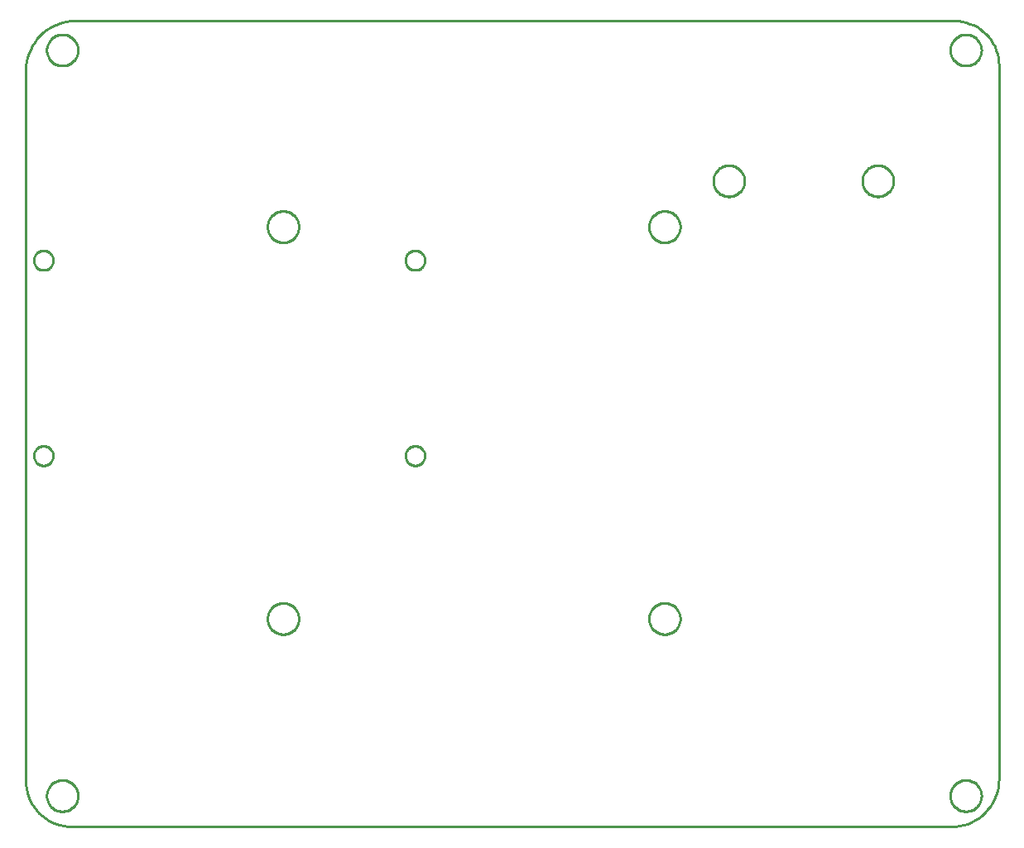
<source format=gbr>
G04 EAGLE Gerber X2 export*
%TF.Part,Single*%
%TF.FileFunction,Profile,NP*%
%TF.FilePolarity,Positive*%
%TF.GenerationSoftware,Autodesk,EAGLE,8.7.0*%
%TF.CreationDate,2018-04-01T16:58:45Z*%
G75*
%MOMM*%
%FSLAX34Y34*%
%LPD*%
%AMOC8*
5,1,8,0,0,1.08239X$1,22.5*%
G01*
%ADD10C,0.254000*%


D10*
X-1524Y72644D02*
X-1344Y68526D01*
X-806Y64440D01*
X86Y60416D01*
X1325Y56486D01*
X2902Y52678D01*
X4806Y49022D01*
X7020Y45546D01*
X9529Y42276D01*
X12313Y39237D01*
X15352Y36453D01*
X18622Y33944D01*
X22098Y31730D01*
X25754Y29826D01*
X29562Y28249D01*
X33492Y27010D01*
X37516Y26118D01*
X41602Y25580D01*
X45720Y25400D01*
X945134Y25400D01*
X949384Y25586D01*
X953602Y26141D01*
X957756Y27062D01*
X961814Y28341D01*
X965744Y29969D01*
X969518Y31934D01*
X973106Y34220D01*
X976481Y36810D01*
X979618Y39684D01*
X982492Y42821D01*
X985082Y46196D01*
X987368Y49784D01*
X989333Y53558D01*
X990961Y57488D01*
X992240Y61546D01*
X993161Y65700D01*
X993716Y69918D01*
X993902Y74168D01*
X993902Y804418D01*
X993729Y808381D01*
X993211Y812313D01*
X992353Y816185D01*
X991160Y819968D01*
X989642Y823633D01*
X987811Y827151D01*
X985680Y830496D01*
X983265Y833643D01*
X980585Y836567D01*
X977661Y839247D01*
X974514Y841662D01*
X971169Y843793D01*
X967651Y845624D01*
X963986Y847142D01*
X960203Y848335D01*
X956331Y849193D01*
X952399Y849711D01*
X948436Y849884D01*
X48768Y849884D01*
X44385Y849693D01*
X40035Y849120D01*
X35751Y848170D01*
X31567Y846851D01*
X27514Y845172D01*
X23622Y843146D01*
X19922Y840789D01*
X16441Y838118D01*
X13206Y835154D01*
X10242Y831919D01*
X7571Y828438D01*
X5214Y824738D01*
X3188Y820846D01*
X1509Y816793D01*
X190Y812609D01*
X-760Y808325D01*
X-1333Y803975D01*
X-1524Y799592D01*
X-1524Y692912D01*
X-1524Y72644D01*
X277874Y237626D02*
X277806Y236580D01*
X277669Y235542D01*
X277464Y234514D01*
X277193Y233502D01*
X276857Y232510D01*
X276456Y231542D01*
X275992Y230603D01*
X275469Y229696D01*
X274887Y228825D01*
X274249Y227994D01*
X273558Y227206D01*
X272817Y226465D01*
X272030Y225775D01*
X271199Y225137D01*
X270328Y224555D01*
X269420Y224031D01*
X268481Y223568D01*
X267513Y223167D01*
X266521Y222830D01*
X265509Y222559D01*
X264482Y222355D01*
X263443Y222218D01*
X262398Y222149D01*
X261350Y222149D01*
X260305Y222218D01*
X259266Y222355D01*
X258239Y222559D01*
X257227Y222830D01*
X256235Y223167D01*
X255267Y223568D01*
X254328Y224031D01*
X253420Y224555D01*
X252549Y225137D01*
X251718Y225775D01*
X250931Y226465D01*
X250190Y227206D01*
X249499Y227994D01*
X248862Y228825D01*
X248280Y229696D01*
X247756Y230603D01*
X247292Y231542D01*
X246891Y232510D01*
X246555Y233502D01*
X246284Y234514D01*
X246079Y235542D01*
X245943Y236580D01*
X245874Y237626D01*
X245874Y238673D01*
X245943Y239718D01*
X246079Y240757D01*
X246284Y241784D01*
X246555Y242796D01*
X246891Y243788D01*
X247292Y244756D01*
X247756Y245696D01*
X248280Y246603D01*
X248862Y247474D01*
X249499Y248305D01*
X250190Y249093D01*
X250931Y249833D01*
X251718Y250524D01*
X252549Y251162D01*
X253420Y251744D01*
X254328Y252268D01*
X255267Y252731D01*
X256235Y253132D01*
X257227Y253469D01*
X258239Y253740D01*
X259266Y253944D01*
X260305Y254081D01*
X261350Y254149D01*
X262398Y254149D01*
X263443Y254081D01*
X264482Y253944D01*
X265509Y253740D01*
X266521Y253469D01*
X267513Y253132D01*
X268481Y252731D01*
X269420Y252268D01*
X270328Y251744D01*
X271199Y251162D01*
X272030Y250524D01*
X272817Y249833D01*
X273558Y249093D01*
X274249Y248305D01*
X274887Y247474D01*
X275469Y246603D01*
X275992Y245696D01*
X276456Y244756D01*
X276857Y243788D01*
X277193Y242796D01*
X277464Y241784D01*
X277669Y240757D01*
X277806Y239718D01*
X277874Y238673D01*
X277874Y237626D01*
X277874Y638643D02*
X277806Y637598D01*
X277669Y636559D01*
X277464Y635532D01*
X277193Y634520D01*
X276857Y633528D01*
X276456Y632560D01*
X275992Y631620D01*
X275469Y630713D01*
X274887Y629842D01*
X274249Y629011D01*
X273558Y628223D01*
X272817Y627483D01*
X272030Y626792D01*
X271199Y626154D01*
X270328Y625572D01*
X269420Y625048D01*
X268481Y624585D01*
X267513Y624184D01*
X266521Y623847D01*
X265509Y623576D01*
X264482Y623372D01*
X263443Y623235D01*
X262398Y623167D01*
X261350Y623167D01*
X260305Y623235D01*
X259266Y623372D01*
X258239Y623576D01*
X257227Y623847D01*
X256235Y624184D01*
X255267Y624585D01*
X254328Y625048D01*
X253420Y625572D01*
X252549Y626154D01*
X251718Y626792D01*
X250931Y627483D01*
X250190Y628223D01*
X249499Y629011D01*
X248862Y629842D01*
X248280Y630713D01*
X247756Y631620D01*
X247292Y632560D01*
X246891Y633528D01*
X246555Y634520D01*
X246284Y635532D01*
X246079Y636559D01*
X245943Y637598D01*
X245874Y638643D01*
X245874Y639690D01*
X245943Y640736D01*
X246079Y641774D01*
X246284Y642802D01*
X246555Y643814D01*
X246891Y644806D01*
X247292Y645774D01*
X247756Y646713D01*
X248280Y647620D01*
X248862Y648491D01*
X249499Y649322D01*
X250190Y650110D01*
X250931Y650851D01*
X251718Y651541D01*
X252549Y652179D01*
X253420Y652761D01*
X254328Y653285D01*
X255267Y653748D01*
X256235Y654149D01*
X257227Y654486D01*
X258239Y654757D01*
X259266Y654961D01*
X260305Y655098D01*
X261350Y655167D01*
X262398Y655167D01*
X263443Y655098D01*
X264482Y654961D01*
X265509Y654757D01*
X266521Y654486D01*
X267513Y654149D01*
X268481Y653748D01*
X269420Y653285D01*
X270328Y652761D01*
X271199Y652179D01*
X272030Y651541D01*
X272817Y650851D01*
X273558Y650110D01*
X274249Y649322D01*
X274887Y648491D01*
X275469Y647620D01*
X275992Y646713D01*
X276456Y645774D01*
X276857Y644806D01*
X277193Y643814D01*
X277464Y642802D01*
X277669Y641774D01*
X277806Y640736D01*
X277874Y639690D01*
X277874Y638643D01*
X667911Y638643D02*
X667843Y637598D01*
X667706Y636559D01*
X667502Y635532D01*
X667231Y634520D01*
X666894Y633528D01*
X666493Y632560D01*
X666030Y631620D01*
X665506Y630713D01*
X664924Y629842D01*
X664286Y629011D01*
X663596Y628223D01*
X662855Y627483D01*
X662067Y626792D01*
X661236Y626154D01*
X660365Y625572D01*
X659458Y625048D01*
X658518Y624585D01*
X657551Y624184D01*
X656559Y623847D01*
X655547Y623576D01*
X654519Y623372D01*
X653481Y623235D01*
X652435Y623167D01*
X651388Y623167D01*
X650342Y623235D01*
X649304Y623372D01*
X648276Y623576D01*
X647264Y623847D01*
X646272Y624184D01*
X645305Y624585D01*
X644365Y625048D01*
X643458Y625572D01*
X642587Y626154D01*
X641756Y626792D01*
X640968Y627483D01*
X640227Y628223D01*
X639537Y629011D01*
X638899Y629842D01*
X638317Y630713D01*
X637793Y631620D01*
X637330Y632560D01*
X636929Y633528D01*
X636592Y634520D01*
X636321Y635532D01*
X636117Y636559D01*
X635980Y637598D01*
X635911Y638643D01*
X635911Y639690D01*
X635980Y640736D01*
X636117Y641774D01*
X636321Y642802D01*
X636592Y643814D01*
X636929Y644806D01*
X637330Y645774D01*
X637793Y646713D01*
X638317Y647620D01*
X638899Y648491D01*
X639537Y649322D01*
X640227Y650110D01*
X640968Y650851D01*
X641756Y651541D01*
X642587Y652179D01*
X643458Y652761D01*
X644365Y653285D01*
X645305Y653748D01*
X646272Y654149D01*
X647264Y654486D01*
X648276Y654757D01*
X649304Y654961D01*
X650342Y655098D01*
X651388Y655167D01*
X652435Y655167D01*
X653481Y655098D01*
X654519Y654961D01*
X655547Y654757D01*
X656559Y654486D01*
X657551Y654149D01*
X658518Y653748D01*
X659458Y653285D01*
X660365Y652761D01*
X661236Y652179D01*
X662067Y651541D01*
X662855Y650851D01*
X663596Y650110D01*
X664286Y649322D01*
X664924Y648491D01*
X665506Y647620D01*
X666030Y646713D01*
X666493Y645774D01*
X666894Y644806D01*
X667231Y643814D01*
X667502Y642802D01*
X667706Y641774D01*
X667843Y640736D01*
X667911Y639690D01*
X667911Y638643D01*
X667911Y237626D02*
X667843Y236580D01*
X667706Y235542D01*
X667502Y234514D01*
X667231Y233502D01*
X666894Y232510D01*
X666493Y231542D01*
X666030Y230603D01*
X665506Y229696D01*
X664924Y228825D01*
X664286Y227994D01*
X663596Y227206D01*
X662855Y226465D01*
X662067Y225775D01*
X661236Y225137D01*
X660365Y224555D01*
X659458Y224031D01*
X658518Y223568D01*
X657551Y223167D01*
X656559Y222830D01*
X655547Y222559D01*
X654519Y222355D01*
X653481Y222218D01*
X652435Y222149D01*
X651388Y222149D01*
X650342Y222218D01*
X649304Y222355D01*
X648276Y222559D01*
X647264Y222830D01*
X646272Y223167D01*
X645305Y223568D01*
X644365Y224031D01*
X643458Y224555D01*
X642587Y225137D01*
X641756Y225775D01*
X640968Y226465D01*
X640227Y227206D01*
X639537Y227994D01*
X638899Y228825D01*
X638317Y229696D01*
X637793Y230603D01*
X637330Y231542D01*
X636929Y232510D01*
X636592Y233502D01*
X636321Y234514D01*
X636117Y235542D01*
X635980Y236580D01*
X635911Y237626D01*
X635911Y238673D01*
X635980Y239718D01*
X636117Y240757D01*
X636321Y241784D01*
X636592Y242796D01*
X636929Y243788D01*
X637330Y244756D01*
X637793Y245696D01*
X638317Y246603D01*
X638899Y247474D01*
X639537Y248305D01*
X640227Y249093D01*
X640968Y249833D01*
X641756Y250524D01*
X642587Y251162D01*
X643458Y251744D01*
X644365Y252268D01*
X645305Y252731D01*
X646272Y253132D01*
X647264Y253469D01*
X648276Y253740D01*
X649304Y253944D01*
X650342Y254081D01*
X651388Y254149D01*
X652435Y254149D01*
X653481Y254081D01*
X654519Y253944D01*
X655547Y253740D01*
X656559Y253469D01*
X657551Y253132D01*
X658518Y252731D01*
X659458Y252268D01*
X660365Y251744D01*
X661236Y251162D01*
X662067Y250524D01*
X662855Y249833D01*
X663596Y249093D01*
X664286Y248305D01*
X664924Y247474D01*
X665506Y246603D01*
X666030Y245696D01*
X666493Y244756D01*
X666894Y243788D01*
X667231Y242796D01*
X667502Y241784D01*
X667706Y240757D01*
X667843Y239718D01*
X667911Y238673D01*
X667911Y237626D01*
X52000Y819476D02*
X51932Y818431D01*
X51795Y817392D01*
X51590Y816365D01*
X51319Y815353D01*
X50983Y814361D01*
X50582Y813393D01*
X50118Y812454D01*
X49595Y811546D01*
X49013Y810675D01*
X48375Y809844D01*
X47684Y809057D01*
X46943Y808316D01*
X46156Y807625D01*
X45325Y806988D01*
X44454Y806406D01*
X43546Y805882D01*
X42607Y805418D01*
X41639Y805017D01*
X40647Y804681D01*
X39635Y804410D01*
X38608Y804205D01*
X37569Y804069D01*
X36524Y804000D01*
X35476Y804000D01*
X34431Y804069D01*
X33392Y804205D01*
X32365Y804410D01*
X31353Y804681D01*
X30361Y805017D01*
X29393Y805418D01*
X28454Y805882D01*
X27546Y806406D01*
X26675Y806988D01*
X25844Y807625D01*
X25057Y808316D01*
X24316Y809057D01*
X23625Y809844D01*
X22988Y810675D01*
X22406Y811546D01*
X21882Y812454D01*
X21418Y813393D01*
X21017Y814361D01*
X20681Y815353D01*
X20410Y816365D01*
X20205Y817392D01*
X20069Y818431D01*
X20000Y819476D01*
X20000Y820524D01*
X20069Y821569D01*
X20205Y822608D01*
X20410Y823635D01*
X20681Y824647D01*
X21017Y825639D01*
X21418Y826607D01*
X21882Y827546D01*
X22406Y828454D01*
X22988Y829325D01*
X23625Y830156D01*
X24316Y830943D01*
X25057Y831684D01*
X25844Y832375D01*
X26675Y833013D01*
X27546Y833595D01*
X28454Y834118D01*
X29393Y834582D01*
X30361Y834983D01*
X31353Y835319D01*
X32365Y835590D01*
X33392Y835795D01*
X34431Y835932D01*
X35476Y836000D01*
X36524Y836000D01*
X37569Y835932D01*
X38608Y835795D01*
X39635Y835590D01*
X40647Y835319D01*
X41639Y834983D01*
X42607Y834582D01*
X43546Y834118D01*
X44454Y833595D01*
X45325Y833013D01*
X46156Y832375D01*
X46943Y831684D01*
X47684Y830943D01*
X48375Y830156D01*
X49013Y829325D01*
X49595Y828454D01*
X50118Y827546D01*
X50582Y826607D01*
X50983Y825639D01*
X51319Y824647D01*
X51590Y823635D01*
X51795Y822608D01*
X51932Y821569D01*
X52000Y820524D01*
X52000Y819476D01*
X52000Y56400D02*
X51932Y55355D01*
X51795Y54316D01*
X51590Y53289D01*
X51319Y52277D01*
X50983Y51285D01*
X50582Y50317D01*
X50118Y49378D01*
X49595Y48470D01*
X49013Y47599D01*
X48375Y46768D01*
X47684Y45981D01*
X46943Y45240D01*
X46156Y44549D01*
X45325Y43912D01*
X44454Y43330D01*
X43546Y42806D01*
X42607Y42342D01*
X41639Y41941D01*
X40647Y41605D01*
X39635Y41334D01*
X38608Y41129D01*
X37569Y40993D01*
X36524Y40924D01*
X35476Y40924D01*
X34431Y40993D01*
X33392Y41129D01*
X32365Y41334D01*
X31353Y41605D01*
X30361Y41941D01*
X29393Y42342D01*
X28454Y42806D01*
X27546Y43330D01*
X26675Y43912D01*
X25844Y44549D01*
X25057Y45240D01*
X24316Y45981D01*
X23625Y46768D01*
X22988Y47599D01*
X22406Y48470D01*
X21882Y49378D01*
X21418Y50317D01*
X21017Y51285D01*
X20681Y52277D01*
X20410Y53289D01*
X20205Y54316D01*
X20069Y55355D01*
X20000Y56400D01*
X20000Y57448D01*
X20069Y58493D01*
X20205Y59532D01*
X20410Y60559D01*
X20681Y61571D01*
X21017Y62563D01*
X21418Y63531D01*
X21882Y64470D01*
X22406Y65378D01*
X22988Y66249D01*
X23625Y67080D01*
X24316Y67867D01*
X25057Y68608D01*
X25844Y69299D01*
X26675Y69937D01*
X27546Y70519D01*
X28454Y71042D01*
X29393Y71506D01*
X30361Y71907D01*
X31353Y72243D01*
X32365Y72514D01*
X33392Y72719D01*
X34431Y72856D01*
X35476Y72924D01*
X36524Y72924D01*
X37569Y72856D01*
X38608Y72719D01*
X39635Y72514D01*
X40647Y72243D01*
X41639Y71907D01*
X42607Y71506D01*
X43546Y71042D01*
X44454Y70519D01*
X45325Y69937D01*
X46156Y69299D01*
X46943Y68608D01*
X47684Y67867D01*
X48375Y67080D01*
X49013Y66249D01*
X49595Y65378D01*
X50118Y64470D01*
X50582Y63531D01*
X50983Y62563D01*
X51319Y61571D01*
X51590Y60559D01*
X51795Y59532D01*
X51932Y58493D01*
X52000Y57448D01*
X52000Y56400D01*
X976000Y819476D02*
X975932Y818431D01*
X975795Y817392D01*
X975590Y816365D01*
X975319Y815353D01*
X974983Y814361D01*
X974582Y813393D01*
X974118Y812454D01*
X973595Y811546D01*
X973013Y810675D01*
X972375Y809844D01*
X971684Y809057D01*
X970943Y808316D01*
X970156Y807625D01*
X969325Y806988D01*
X968454Y806406D01*
X967546Y805882D01*
X966607Y805418D01*
X965639Y805017D01*
X964647Y804681D01*
X963635Y804410D01*
X962608Y804205D01*
X961569Y804069D01*
X960524Y804000D01*
X959476Y804000D01*
X958431Y804069D01*
X957392Y804205D01*
X956365Y804410D01*
X955353Y804681D01*
X954361Y805017D01*
X953393Y805418D01*
X952454Y805882D01*
X951546Y806406D01*
X950675Y806988D01*
X949844Y807625D01*
X949057Y808316D01*
X948316Y809057D01*
X947625Y809844D01*
X946988Y810675D01*
X946406Y811546D01*
X945882Y812454D01*
X945418Y813393D01*
X945017Y814361D01*
X944681Y815353D01*
X944410Y816365D01*
X944205Y817392D01*
X944069Y818431D01*
X944000Y819476D01*
X944000Y820524D01*
X944069Y821569D01*
X944205Y822608D01*
X944410Y823635D01*
X944681Y824647D01*
X945017Y825639D01*
X945418Y826607D01*
X945882Y827546D01*
X946406Y828454D01*
X946988Y829325D01*
X947625Y830156D01*
X948316Y830943D01*
X949057Y831684D01*
X949844Y832375D01*
X950675Y833013D01*
X951546Y833595D01*
X952454Y834118D01*
X953393Y834582D01*
X954361Y834983D01*
X955353Y835319D01*
X956365Y835590D01*
X957392Y835795D01*
X958431Y835932D01*
X959476Y836000D01*
X960524Y836000D01*
X961569Y835932D01*
X962608Y835795D01*
X963635Y835590D01*
X964647Y835319D01*
X965639Y834983D01*
X966607Y834582D01*
X967546Y834118D01*
X968454Y833595D01*
X969325Y833013D01*
X970156Y832375D01*
X970943Y831684D01*
X971684Y830943D01*
X972375Y830156D01*
X973013Y829325D01*
X973595Y828454D01*
X974118Y827546D01*
X974582Y826607D01*
X974983Y825639D01*
X975319Y824647D01*
X975590Y823635D01*
X975795Y822608D01*
X975932Y821569D01*
X976000Y820524D01*
X976000Y819476D01*
X976000Y56400D02*
X975932Y55355D01*
X975795Y54316D01*
X975590Y53289D01*
X975319Y52277D01*
X974983Y51285D01*
X974582Y50317D01*
X974118Y49378D01*
X973595Y48470D01*
X973013Y47599D01*
X972375Y46768D01*
X971684Y45981D01*
X970943Y45240D01*
X970156Y44549D01*
X969325Y43912D01*
X968454Y43330D01*
X967546Y42806D01*
X966607Y42342D01*
X965639Y41941D01*
X964647Y41605D01*
X963635Y41334D01*
X962608Y41129D01*
X961569Y40993D01*
X960524Y40924D01*
X959476Y40924D01*
X958431Y40993D01*
X957392Y41129D01*
X956365Y41334D01*
X955353Y41605D01*
X954361Y41941D01*
X953393Y42342D01*
X952454Y42806D01*
X951546Y43330D01*
X950675Y43912D01*
X949844Y44549D01*
X949057Y45240D01*
X948316Y45981D01*
X947625Y46768D01*
X946988Y47599D01*
X946406Y48470D01*
X945882Y49378D01*
X945418Y50317D01*
X945017Y51285D01*
X944681Y52277D01*
X944410Y53289D01*
X944205Y54316D01*
X944069Y55355D01*
X944000Y56400D01*
X944000Y57448D01*
X944069Y58493D01*
X944205Y59532D01*
X944410Y60559D01*
X944681Y61571D01*
X945017Y62563D01*
X945418Y63531D01*
X945882Y64470D01*
X946406Y65378D01*
X946988Y66249D01*
X947625Y67080D01*
X948316Y67867D01*
X949057Y68608D01*
X949844Y69299D01*
X950675Y69937D01*
X951546Y70519D01*
X952454Y71042D01*
X953393Y71506D01*
X954361Y71907D01*
X955353Y72243D01*
X956365Y72514D01*
X957392Y72719D01*
X958431Y72856D01*
X959476Y72924D01*
X960524Y72924D01*
X961569Y72856D01*
X962608Y72719D01*
X963635Y72514D01*
X964647Y72243D01*
X965639Y71907D01*
X966607Y71506D01*
X967546Y71042D01*
X968454Y70519D01*
X969325Y69937D01*
X970156Y69299D01*
X970943Y68608D01*
X971684Y67867D01*
X972375Y67080D01*
X973013Y66249D01*
X973595Y65378D01*
X974118Y64470D01*
X974582Y63531D01*
X974983Y62563D01*
X975319Y61571D01*
X975590Y60559D01*
X975795Y59532D01*
X975932Y58493D01*
X976000Y57448D01*
X976000Y56400D01*
X277874Y237626D02*
X277806Y236580D01*
X277669Y235542D01*
X277464Y234514D01*
X277193Y233502D01*
X276857Y232510D01*
X276456Y231542D01*
X275992Y230603D01*
X275469Y229696D01*
X274887Y228825D01*
X274249Y227994D01*
X273558Y227206D01*
X272817Y226465D01*
X272030Y225775D01*
X271199Y225137D01*
X270328Y224555D01*
X269420Y224031D01*
X268481Y223568D01*
X267513Y223167D01*
X266521Y222830D01*
X265509Y222559D01*
X264482Y222355D01*
X263443Y222218D01*
X262398Y222149D01*
X261350Y222149D01*
X260305Y222218D01*
X259266Y222355D01*
X258239Y222559D01*
X257227Y222830D01*
X256235Y223167D01*
X255267Y223568D01*
X254328Y224031D01*
X253420Y224555D01*
X252549Y225137D01*
X251718Y225775D01*
X250931Y226465D01*
X250190Y227206D01*
X249499Y227994D01*
X248862Y228825D01*
X248280Y229696D01*
X247756Y230603D01*
X247292Y231542D01*
X246891Y232510D01*
X246555Y233502D01*
X246284Y234514D01*
X246079Y235542D01*
X245943Y236580D01*
X245874Y237626D01*
X245874Y238673D01*
X245943Y239718D01*
X246079Y240757D01*
X246284Y241784D01*
X246555Y242796D01*
X246891Y243788D01*
X247292Y244756D01*
X247756Y245696D01*
X248280Y246603D01*
X248862Y247474D01*
X249499Y248305D01*
X250190Y249093D01*
X250931Y249833D01*
X251718Y250524D01*
X252549Y251162D01*
X253420Y251744D01*
X254328Y252268D01*
X255267Y252731D01*
X256235Y253132D01*
X257227Y253469D01*
X258239Y253740D01*
X259266Y253944D01*
X260305Y254081D01*
X261350Y254149D01*
X262398Y254149D01*
X263443Y254081D01*
X264482Y253944D01*
X265509Y253740D01*
X266521Y253469D01*
X267513Y253132D01*
X268481Y252731D01*
X269420Y252268D01*
X270328Y251744D01*
X271199Y251162D01*
X272030Y250524D01*
X272817Y249833D01*
X273558Y249093D01*
X274249Y248305D01*
X274887Y247474D01*
X275469Y246603D01*
X275992Y245696D01*
X276456Y244756D01*
X276857Y243788D01*
X277193Y242796D01*
X277464Y241784D01*
X277669Y240757D01*
X277806Y239718D01*
X277874Y238673D01*
X277874Y237626D01*
X277874Y638643D02*
X277806Y637598D01*
X277669Y636559D01*
X277464Y635532D01*
X277193Y634520D01*
X276857Y633528D01*
X276456Y632560D01*
X275992Y631620D01*
X275469Y630713D01*
X274887Y629842D01*
X274249Y629011D01*
X273558Y628223D01*
X272817Y627483D01*
X272030Y626792D01*
X271199Y626154D01*
X270328Y625572D01*
X269420Y625048D01*
X268481Y624585D01*
X267513Y624184D01*
X266521Y623847D01*
X265509Y623576D01*
X264482Y623372D01*
X263443Y623235D01*
X262398Y623167D01*
X261350Y623167D01*
X260305Y623235D01*
X259266Y623372D01*
X258239Y623576D01*
X257227Y623847D01*
X256235Y624184D01*
X255267Y624585D01*
X254328Y625048D01*
X253420Y625572D01*
X252549Y626154D01*
X251718Y626792D01*
X250931Y627483D01*
X250190Y628223D01*
X249499Y629011D01*
X248862Y629842D01*
X248280Y630713D01*
X247756Y631620D01*
X247292Y632560D01*
X246891Y633528D01*
X246555Y634520D01*
X246284Y635532D01*
X246079Y636559D01*
X245943Y637598D01*
X245874Y638643D01*
X245874Y639690D01*
X245943Y640736D01*
X246079Y641774D01*
X246284Y642802D01*
X246555Y643814D01*
X246891Y644806D01*
X247292Y645774D01*
X247756Y646713D01*
X248280Y647620D01*
X248862Y648491D01*
X249499Y649322D01*
X250190Y650110D01*
X250931Y650851D01*
X251718Y651541D01*
X252549Y652179D01*
X253420Y652761D01*
X254328Y653285D01*
X255267Y653748D01*
X256235Y654149D01*
X257227Y654486D01*
X258239Y654757D01*
X259266Y654961D01*
X260305Y655098D01*
X261350Y655167D01*
X262398Y655167D01*
X263443Y655098D01*
X264482Y654961D01*
X265509Y654757D01*
X266521Y654486D01*
X267513Y654149D01*
X268481Y653748D01*
X269420Y653285D01*
X270328Y652761D01*
X271199Y652179D01*
X272030Y651541D01*
X272817Y650851D01*
X273558Y650110D01*
X274249Y649322D01*
X274887Y648491D01*
X275469Y647620D01*
X275992Y646713D01*
X276456Y645774D01*
X276857Y644806D01*
X277193Y643814D01*
X277464Y642802D01*
X277669Y641774D01*
X277806Y640736D01*
X277874Y639690D01*
X277874Y638643D01*
X667911Y638643D02*
X667843Y637598D01*
X667706Y636559D01*
X667502Y635532D01*
X667231Y634520D01*
X666894Y633528D01*
X666493Y632560D01*
X666030Y631620D01*
X665506Y630713D01*
X664924Y629842D01*
X664286Y629011D01*
X663596Y628223D01*
X662855Y627483D01*
X662067Y626792D01*
X661236Y626154D01*
X660365Y625572D01*
X659458Y625048D01*
X658518Y624585D01*
X657551Y624184D01*
X656559Y623847D01*
X655547Y623576D01*
X654519Y623372D01*
X653481Y623235D01*
X652435Y623167D01*
X651388Y623167D01*
X650342Y623235D01*
X649304Y623372D01*
X648276Y623576D01*
X647264Y623847D01*
X646272Y624184D01*
X645305Y624585D01*
X644365Y625048D01*
X643458Y625572D01*
X642587Y626154D01*
X641756Y626792D01*
X640968Y627483D01*
X640227Y628223D01*
X639537Y629011D01*
X638899Y629842D01*
X638317Y630713D01*
X637793Y631620D01*
X637330Y632560D01*
X636929Y633528D01*
X636592Y634520D01*
X636321Y635532D01*
X636117Y636559D01*
X635980Y637598D01*
X635911Y638643D01*
X635911Y639690D01*
X635980Y640736D01*
X636117Y641774D01*
X636321Y642802D01*
X636592Y643814D01*
X636929Y644806D01*
X637330Y645774D01*
X637793Y646713D01*
X638317Y647620D01*
X638899Y648491D01*
X639537Y649322D01*
X640227Y650110D01*
X640968Y650851D01*
X641756Y651541D01*
X642587Y652179D01*
X643458Y652761D01*
X644365Y653285D01*
X645305Y653748D01*
X646272Y654149D01*
X647264Y654486D01*
X648276Y654757D01*
X649304Y654961D01*
X650342Y655098D01*
X651388Y655167D01*
X652435Y655167D01*
X653481Y655098D01*
X654519Y654961D01*
X655547Y654757D01*
X656559Y654486D01*
X657551Y654149D01*
X658518Y653748D01*
X659458Y653285D01*
X660365Y652761D01*
X661236Y652179D01*
X662067Y651541D01*
X662855Y650851D01*
X663596Y650110D01*
X664286Y649322D01*
X664924Y648491D01*
X665506Y647620D01*
X666030Y646713D01*
X666493Y645774D01*
X666894Y644806D01*
X667231Y643814D01*
X667502Y642802D01*
X667706Y641774D01*
X667843Y640736D01*
X667911Y639690D01*
X667911Y638643D01*
X667911Y237626D02*
X667843Y236580D01*
X667706Y235542D01*
X667502Y234514D01*
X667231Y233502D01*
X666894Y232510D01*
X666493Y231542D01*
X666030Y230603D01*
X665506Y229696D01*
X664924Y228825D01*
X664286Y227994D01*
X663596Y227206D01*
X662855Y226465D01*
X662067Y225775D01*
X661236Y225137D01*
X660365Y224555D01*
X659458Y224031D01*
X658518Y223568D01*
X657551Y223167D01*
X656559Y222830D01*
X655547Y222559D01*
X654519Y222355D01*
X653481Y222218D01*
X652435Y222149D01*
X651388Y222149D01*
X650342Y222218D01*
X649304Y222355D01*
X648276Y222559D01*
X647264Y222830D01*
X646272Y223167D01*
X645305Y223568D01*
X644365Y224031D01*
X643458Y224555D01*
X642587Y225137D01*
X641756Y225775D01*
X640968Y226465D01*
X640227Y227206D01*
X639537Y227994D01*
X638899Y228825D01*
X638317Y229696D01*
X637793Y230603D01*
X637330Y231542D01*
X636929Y232510D01*
X636592Y233502D01*
X636321Y234514D01*
X636117Y235542D01*
X635980Y236580D01*
X635911Y237626D01*
X635911Y238673D01*
X635980Y239718D01*
X636117Y240757D01*
X636321Y241784D01*
X636592Y242796D01*
X636929Y243788D01*
X637330Y244756D01*
X637793Y245696D01*
X638317Y246603D01*
X638899Y247474D01*
X639537Y248305D01*
X640227Y249093D01*
X640968Y249833D01*
X641756Y250524D01*
X642587Y251162D01*
X643458Y251744D01*
X644365Y252268D01*
X645305Y252731D01*
X646272Y253132D01*
X647264Y253469D01*
X648276Y253740D01*
X649304Y253944D01*
X650342Y254081D01*
X651388Y254149D01*
X652435Y254149D01*
X653481Y254081D01*
X654519Y253944D01*
X655547Y253740D01*
X656559Y253469D01*
X657551Y253132D01*
X658518Y252731D01*
X659458Y252268D01*
X660365Y251744D01*
X661236Y251162D01*
X662067Y250524D01*
X662855Y249833D01*
X663596Y249093D01*
X664286Y248305D01*
X664924Y247474D01*
X665506Y246603D01*
X666030Y245696D01*
X666493Y244756D01*
X666894Y243788D01*
X667231Y242796D01*
X667502Y241784D01*
X667706Y240757D01*
X667843Y239718D01*
X667911Y238673D01*
X667911Y237626D01*
X52000Y819476D02*
X51932Y818431D01*
X51795Y817392D01*
X51590Y816365D01*
X51319Y815353D01*
X50983Y814361D01*
X50582Y813393D01*
X50118Y812454D01*
X49595Y811546D01*
X49013Y810675D01*
X48375Y809844D01*
X47684Y809057D01*
X46943Y808316D01*
X46156Y807625D01*
X45325Y806988D01*
X44454Y806406D01*
X43546Y805882D01*
X42607Y805418D01*
X41639Y805017D01*
X40647Y804681D01*
X39635Y804410D01*
X38608Y804205D01*
X37569Y804069D01*
X36524Y804000D01*
X35476Y804000D01*
X34431Y804069D01*
X33392Y804205D01*
X32365Y804410D01*
X31353Y804681D01*
X30361Y805017D01*
X29393Y805418D01*
X28454Y805882D01*
X27546Y806406D01*
X26675Y806988D01*
X25844Y807625D01*
X25057Y808316D01*
X24316Y809057D01*
X23625Y809844D01*
X22988Y810675D01*
X22406Y811546D01*
X21882Y812454D01*
X21418Y813393D01*
X21017Y814361D01*
X20681Y815353D01*
X20410Y816365D01*
X20205Y817392D01*
X20069Y818431D01*
X20000Y819476D01*
X20000Y820524D01*
X20069Y821569D01*
X20205Y822608D01*
X20410Y823635D01*
X20681Y824647D01*
X21017Y825639D01*
X21418Y826607D01*
X21882Y827546D01*
X22406Y828454D01*
X22988Y829325D01*
X23625Y830156D01*
X24316Y830943D01*
X25057Y831684D01*
X25844Y832375D01*
X26675Y833013D01*
X27546Y833595D01*
X28454Y834118D01*
X29393Y834582D01*
X30361Y834983D01*
X31353Y835319D01*
X32365Y835590D01*
X33392Y835795D01*
X34431Y835932D01*
X35476Y836000D01*
X36524Y836000D01*
X37569Y835932D01*
X38608Y835795D01*
X39635Y835590D01*
X40647Y835319D01*
X41639Y834983D01*
X42607Y834582D01*
X43546Y834118D01*
X44454Y833595D01*
X45325Y833013D01*
X46156Y832375D01*
X46943Y831684D01*
X47684Y830943D01*
X48375Y830156D01*
X49013Y829325D01*
X49595Y828454D01*
X50118Y827546D01*
X50582Y826607D01*
X50983Y825639D01*
X51319Y824647D01*
X51590Y823635D01*
X51795Y822608D01*
X51932Y821569D01*
X52000Y820524D01*
X52000Y819476D01*
X52000Y56400D02*
X51932Y55355D01*
X51795Y54316D01*
X51590Y53289D01*
X51319Y52277D01*
X50983Y51285D01*
X50582Y50317D01*
X50118Y49378D01*
X49595Y48470D01*
X49013Y47599D01*
X48375Y46768D01*
X47684Y45981D01*
X46943Y45240D01*
X46156Y44549D01*
X45325Y43912D01*
X44454Y43330D01*
X43546Y42806D01*
X42607Y42342D01*
X41639Y41941D01*
X40647Y41605D01*
X39635Y41334D01*
X38608Y41129D01*
X37569Y40993D01*
X36524Y40924D01*
X35476Y40924D01*
X34431Y40993D01*
X33392Y41129D01*
X32365Y41334D01*
X31353Y41605D01*
X30361Y41941D01*
X29393Y42342D01*
X28454Y42806D01*
X27546Y43330D01*
X26675Y43912D01*
X25844Y44549D01*
X25057Y45240D01*
X24316Y45981D01*
X23625Y46768D01*
X22988Y47599D01*
X22406Y48470D01*
X21882Y49378D01*
X21418Y50317D01*
X21017Y51285D01*
X20681Y52277D01*
X20410Y53289D01*
X20205Y54316D01*
X20069Y55355D01*
X20000Y56400D01*
X20000Y57448D01*
X20069Y58493D01*
X20205Y59532D01*
X20410Y60559D01*
X20681Y61571D01*
X21017Y62563D01*
X21418Y63531D01*
X21882Y64470D01*
X22406Y65378D01*
X22988Y66249D01*
X23625Y67080D01*
X24316Y67867D01*
X25057Y68608D01*
X25844Y69299D01*
X26675Y69937D01*
X27546Y70519D01*
X28454Y71042D01*
X29393Y71506D01*
X30361Y71907D01*
X31353Y72243D01*
X32365Y72514D01*
X33392Y72719D01*
X34431Y72856D01*
X35476Y72924D01*
X36524Y72924D01*
X37569Y72856D01*
X38608Y72719D01*
X39635Y72514D01*
X40647Y72243D01*
X41639Y71907D01*
X42607Y71506D01*
X43546Y71042D01*
X44454Y70519D01*
X45325Y69937D01*
X46156Y69299D01*
X46943Y68608D01*
X47684Y67867D01*
X48375Y67080D01*
X49013Y66249D01*
X49595Y65378D01*
X50118Y64470D01*
X50582Y63531D01*
X50983Y62563D01*
X51319Y61571D01*
X51590Y60559D01*
X51795Y59532D01*
X51932Y58493D01*
X52000Y57448D01*
X52000Y56400D01*
X976000Y819476D02*
X975932Y818431D01*
X975795Y817392D01*
X975590Y816365D01*
X975319Y815353D01*
X974983Y814361D01*
X974582Y813393D01*
X974118Y812454D01*
X973595Y811546D01*
X973013Y810675D01*
X972375Y809844D01*
X971684Y809057D01*
X970943Y808316D01*
X970156Y807625D01*
X969325Y806988D01*
X968454Y806406D01*
X967546Y805882D01*
X966607Y805418D01*
X965639Y805017D01*
X964647Y804681D01*
X963635Y804410D01*
X962608Y804205D01*
X961569Y804069D01*
X960524Y804000D01*
X959476Y804000D01*
X958431Y804069D01*
X957392Y804205D01*
X956365Y804410D01*
X955353Y804681D01*
X954361Y805017D01*
X953393Y805418D01*
X952454Y805882D01*
X951546Y806406D01*
X950675Y806988D01*
X949844Y807625D01*
X949057Y808316D01*
X948316Y809057D01*
X947625Y809844D01*
X946988Y810675D01*
X946406Y811546D01*
X945882Y812454D01*
X945418Y813393D01*
X945017Y814361D01*
X944681Y815353D01*
X944410Y816365D01*
X944205Y817392D01*
X944069Y818431D01*
X944000Y819476D01*
X944000Y820524D01*
X944069Y821569D01*
X944205Y822608D01*
X944410Y823635D01*
X944681Y824647D01*
X945017Y825639D01*
X945418Y826607D01*
X945882Y827546D01*
X946406Y828454D01*
X946988Y829325D01*
X947625Y830156D01*
X948316Y830943D01*
X949057Y831684D01*
X949844Y832375D01*
X950675Y833013D01*
X951546Y833595D01*
X952454Y834118D01*
X953393Y834582D01*
X954361Y834983D01*
X955353Y835319D01*
X956365Y835590D01*
X957392Y835795D01*
X958431Y835932D01*
X959476Y836000D01*
X960524Y836000D01*
X961569Y835932D01*
X962608Y835795D01*
X963635Y835590D01*
X964647Y835319D01*
X965639Y834983D01*
X966607Y834582D01*
X967546Y834118D01*
X968454Y833595D01*
X969325Y833013D01*
X970156Y832375D01*
X970943Y831684D01*
X971684Y830943D01*
X972375Y830156D01*
X973013Y829325D01*
X973595Y828454D01*
X974118Y827546D01*
X974582Y826607D01*
X974983Y825639D01*
X975319Y824647D01*
X975590Y823635D01*
X975795Y822608D01*
X975932Y821569D01*
X976000Y820524D01*
X976000Y819476D01*
X976000Y56400D02*
X975932Y55355D01*
X975795Y54316D01*
X975590Y53289D01*
X975319Y52277D01*
X974983Y51285D01*
X974582Y50317D01*
X974118Y49378D01*
X973595Y48470D01*
X973013Y47599D01*
X972375Y46768D01*
X971684Y45981D01*
X970943Y45240D01*
X970156Y44549D01*
X969325Y43912D01*
X968454Y43330D01*
X967546Y42806D01*
X966607Y42342D01*
X965639Y41941D01*
X964647Y41605D01*
X963635Y41334D01*
X962608Y41129D01*
X961569Y40993D01*
X960524Y40924D01*
X959476Y40924D01*
X958431Y40993D01*
X957392Y41129D01*
X956365Y41334D01*
X955353Y41605D01*
X954361Y41941D01*
X953393Y42342D01*
X952454Y42806D01*
X951546Y43330D01*
X950675Y43912D01*
X949844Y44549D01*
X949057Y45240D01*
X948316Y45981D01*
X947625Y46768D01*
X946988Y47599D01*
X946406Y48470D01*
X945882Y49378D01*
X945418Y50317D01*
X945017Y51285D01*
X944681Y52277D01*
X944410Y53289D01*
X944205Y54316D01*
X944069Y55355D01*
X944000Y56400D01*
X944000Y57448D01*
X944069Y58493D01*
X944205Y59532D01*
X944410Y60559D01*
X944681Y61571D01*
X945017Y62563D01*
X945418Y63531D01*
X945882Y64470D01*
X946406Y65378D01*
X946988Y66249D01*
X947625Y67080D01*
X948316Y67867D01*
X949057Y68608D01*
X949844Y69299D01*
X950675Y69937D01*
X951546Y70519D01*
X952454Y71042D01*
X953393Y71506D01*
X954361Y71907D01*
X955353Y72243D01*
X956365Y72514D01*
X957392Y72719D01*
X958431Y72856D01*
X959476Y72924D01*
X960524Y72924D01*
X961569Y72856D01*
X962608Y72719D01*
X963635Y72514D01*
X964647Y72243D01*
X965639Y71907D01*
X966607Y71506D01*
X967546Y71042D01*
X968454Y70519D01*
X969325Y69937D01*
X970156Y69299D01*
X970943Y68608D01*
X971684Y67867D01*
X972375Y67080D01*
X973013Y66249D01*
X973595Y65378D01*
X974118Y64470D01*
X974582Y63531D01*
X974983Y62563D01*
X975319Y61571D01*
X975590Y60559D01*
X975795Y59532D01*
X975932Y58493D01*
X976000Y57448D01*
X976000Y56400D01*
X718215Y670173D02*
X719260Y670241D01*
X720299Y670378D01*
X721326Y670582D01*
X722338Y670853D01*
X723330Y671190D01*
X724298Y671591D01*
X725237Y672054D01*
X726145Y672578D01*
X727016Y673160D01*
X727847Y673798D01*
X728634Y674489D01*
X729375Y675229D01*
X730066Y676017D01*
X730703Y676848D01*
X731285Y677719D01*
X731809Y678626D01*
X732273Y679566D01*
X732673Y680534D01*
X733010Y681526D01*
X733281Y682538D01*
X733486Y683565D01*
X733622Y684604D01*
X733691Y685649D01*
X733691Y686696D01*
X733622Y687742D01*
X733486Y688780D01*
X733281Y689808D01*
X733010Y690820D01*
X732673Y691812D01*
X732273Y692780D01*
X731809Y693719D01*
X731285Y694626D01*
X730703Y695497D01*
X730066Y696328D01*
X729375Y697116D01*
X728634Y697857D01*
X727847Y698547D01*
X727016Y699185D01*
X726145Y699767D01*
X725237Y700291D01*
X724298Y700754D01*
X723330Y701155D01*
X722338Y701492D01*
X721326Y701763D01*
X720299Y701967D01*
X719260Y702104D01*
X718215Y702173D01*
X717167Y702173D01*
X716122Y702104D01*
X715083Y701967D01*
X714056Y701763D01*
X713044Y701492D01*
X712052Y701155D01*
X711084Y700754D01*
X710145Y700291D01*
X709237Y699767D01*
X708366Y699185D01*
X707535Y698547D01*
X706748Y697857D01*
X706007Y697116D01*
X705316Y696328D01*
X704678Y695497D01*
X704096Y694626D01*
X703573Y693719D01*
X703109Y692780D01*
X702708Y691812D01*
X702372Y690820D01*
X702101Y689808D01*
X701896Y688780D01*
X701759Y687742D01*
X701691Y686696D01*
X701691Y685649D01*
X701759Y684604D01*
X701896Y683565D01*
X702101Y682538D01*
X702372Y681526D01*
X702708Y680534D01*
X703109Y679566D01*
X703573Y678626D01*
X704096Y677719D01*
X704678Y676848D01*
X705316Y676017D01*
X706007Y675229D01*
X706748Y674489D01*
X707535Y673798D01*
X708366Y673160D01*
X709237Y672578D01*
X710145Y672054D01*
X711084Y671591D01*
X712052Y671190D01*
X713044Y670853D01*
X714056Y670582D01*
X715083Y670378D01*
X716122Y670241D01*
X717167Y670173D01*
X718215Y670173D01*
X870615Y670173D02*
X871660Y670241D01*
X872699Y670378D01*
X873726Y670582D01*
X874738Y670853D01*
X875730Y671190D01*
X876698Y671591D01*
X877637Y672054D01*
X878545Y672578D01*
X879416Y673160D01*
X880247Y673798D01*
X881034Y674489D01*
X881775Y675229D01*
X882466Y676017D01*
X883103Y676848D01*
X883685Y677719D01*
X884209Y678626D01*
X884673Y679566D01*
X885073Y680534D01*
X885410Y681526D01*
X885681Y682538D01*
X885886Y683565D01*
X886022Y684604D01*
X886091Y685649D01*
X886091Y686696D01*
X886022Y687742D01*
X885886Y688780D01*
X885681Y689808D01*
X885410Y690820D01*
X885073Y691812D01*
X884673Y692780D01*
X884209Y693719D01*
X883685Y694626D01*
X883103Y695497D01*
X882466Y696328D01*
X881775Y697116D01*
X881034Y697857D01*
X880247Y698547D01*
X879416Y699185D01*
X878545Y699767D01*
X877637Y700291D01*
X876698Y700754D01*
X875730Y701155D01*
X874738Y701492D01*
X873726Y701763D01*
X872699Y701967D01*
X871660Y702104D01*
X870615Y702173D01*
X869567Y702173D01*
X868522Y702104D01*
X867483Y701967D01*
X866456Y701763D01*
X865444Y701492D01*
X864452Y701155D01*
X863484Y700754D01*
X862545Y700291D01*
X861637Y699767D01*
X860766Y699185D01*
X859935Y698547D01*
X859148Y697857D01*
X858407Y697116D01*
X857716Y696328D01*
X857078Y695497D01*
X856496Y694626D01*
X855973Y693719D01*
X855509Y692780D01*
X855108Y691812D01*
X854772Y690820D01*
X854501Y689808D01*
X854296Y688780D01*
X854159Y687742D01*
X854091Y686696D01*
X854091Y685649D01*
X854159Y684604D01*
X854296Y683565D01*
X854501Y682538D01*
X854772Y681526D01*
X855108Y680534D01*
X855509Y679566D01*
X855973Y678626D01*
X856496Y677719D01*
X857078Y676848D01*
X857716Y676017D01*
X858407Y675229D01*
X859148Y674489D01*
X859935Y673798D01*
X860766Y673160D01*
X861637Y672578D01*
X862545Y672054D01*
X863484Y671591D01*
X864452Y671190D01*
X865444Y670853D01*
X866456Y670582D01*
X867483Y670378D01*
X868522Y670241D01*
X869567Y670173D01*
X870615Y670173D01*
X386821Y604497D02*
X386898Y603627D01*
X387049Y602767D01*
X387275Y601924D01*
X387574Y601103D01*
X387943Y600312D01*
X388380Y599556D01*
X388880Y598840D01*
X389442Y598171D01*
X390059Y597554D01*
X390728Y596993D01*
X391443Y596492D01*
X392200Y596055D01*
X392991Y595686D01*
X393812Y595387D01*
X394655Y595161D01*
X395515Y595010D01*
X396385Y594934D01*
X397258Y594934D01*
X398128Y595010D01*
X398988Y595161D01*
X399831Y595387D01*
X400652Y595686D01*
X401443Y596055D01*
X402200Y596492D01*
X402915Y596993D01*
X403584Y597554D01*
X404201Y598171D01*
X404763Y598840D01*
X405263Y599556D01*
X405700Y600312D01*
X406069Y601103D01*
X406368Y601924D01*
X406594Y602767D01*
X406745Y603627D01*
X406821Y604497D01*
X406821Y605370D01*
X406745Y606240D01*
X406594Y607100D01*
X406368Y607944D01*
X406069Y608764D01*
X405700Y609556D01*
X405263Y610312D01*
X404763Y611027D01*
X404201Y611696D01*
X403584Y612313D01*
X402915Y612875D01*
X402200Y613376D01*
X401443Y613812D01*
X400652Y614181D01*
X399831Y614480D01*
X398988Y614706D01*
X398128Y614858D01*
X397258Y614934D01*
X396385Y614934D01*
X395515Y614858D01*
X394655Y614706D01*
X393812Y614480D01*
X392991Y614181D01*
X392200Y613812D01*
X391443Y613376D01*
X390728Y612875D01*
X390059Y612313D01*
X389442Y611696D01*
X388880Y611027D01*
X388380Y610312D01*
X387943Y609556D01*
X387574Y608764D01*
X387275Y607944D01*
X387049Y607100D01*
X386898Y606240D01*
X386821Y605370D01*
X386821Y604497D01*
X386821Y404425D02*
X386898Y403555D01*
X387049Y402695D01*
X387275Y401852D01*
X387574Y401031D01*
X387943Y400240D01*
X388380Y399484D01*
X388880Y398768D01*
X389442Y398099D01*
X390059Y397482D01*
X390728Y396921D01*
X391443Y396420D01*
X392200Y395983D01*
X392991Y395614D01*
X393812Y395315D01*
X394655Y395089D01*
X395515Y394938D01*
X396385Y394862D01*
X397258Y394862D01*
X398128Y394938D01*
X398988Y395089D01*
X399831Y395315D01*
X400652Y395614D01*
X401443Y395983D01*
X402200Y396420D01*
X402915Y396921D01*
X403584Y397482D01*
X404201Y398099D01*
X404763Y398768D01*
X405263Y399484D01*
X405700Y400240D01*
X406069Y401031D01*
X406368Y401852D01*
X406594Y402695D01*
X406745Y403555D01*
X406821Y404425D01*
X406821Y405298D01*
X406745Y406168D01*
X406594Y407028D01*
X406368Y407872D01*
X406069Y408692D01*
X405700Y409484D01*
X405263Y410240D01*
X404763Y410955D01*
X404201Y411624D01*
X403584Y412241D01*
X402915Y412803D01*
X402200Y413304D01*
X401443Y413740D01*
X400652Y414109D01*
X399831Y414408D01*
X398988Y414634D01*
X398128Y414786D01*
X397258Y414862D01*
X396385Y414862D01*
X395515Y414786D01*
X394655Y414634D01*
X393812Y414408D01*
X392991Y414109D01*
X392200Y413740D01*
X391443Y413304D01*
X390728Y412803D01*
X390059Y412241D01*
X389442Y411624D01*
X388880Y410955D01*
X388380Y410240D01*
X387943Y409484D01*
X387574Y408692D01*
X387275Y407872D01*
X387049Y407028D01*
X386898Y406168D01*
X386821Y405298D01*
X386821Y404425D01*
X6689Y604497D02*
X6766Y603627D01*
X6917Y602767D01*
X7143Y601924D01*
X7442Y601103D01*
X7811Y600312D01*
X8248Y599556D01*
X8748Y598840D01*
X9310Y598171D01*
X9927Y597554D01*
X10596Y596993D01*
X11311Y596492D01*
X12068Y596055D01*
X12859Y595686D01*
X13680Y595387D01*
X14523Y595161D01*
X15383Y595010D01*
X16253Y594934D01*
X17126Y594934D01*
X17996Y595010D01*
X18856Y595161D01*
X19699Y595387D01*
X20520Y595686D01*
X21311Y596055D01*
X22068Y596492D01*
X22783Y596993D01*
X23452Y597554D01*
X24069Y598171D01*
X24631Y598840D01*
X25131Y599556D01*
X25568Y600312D01*
X25937Y601103D01*
X26236Y601924D01*
X26462Y602767D01*
X26613Y603627D01*
X26689Y604497D01*
X26689Y605370D01*
X26613Y606240D01*
X26462Y607100D01*
X26236Y607944D01*
X25937Y608764D01*
X25568Y609556D01*
X25131Y610312D01*
X24631Y611027D01*
X24069Y611696D01*
X23452Y612313D01*
X22783Y612875D01*
X22068Y613376D01*
X21311Y613812D01*
X20520Y614181D01*
X19699Y614480D01*
X18856Y614706D01*
X17996Y614858D01*
X17126Y614934D01*
X16253Y614934D01*
X15383Y614858D01*
X14523Y614706D01*
X13680Y614480D01*
X12859Y614181D01*
X12068Y613812D01*
X11311Y613376D01*
X10596Y612875D01*
X9927Y612313D01*
X9310Y611696D01*
X8748Y611027D01*
X8248Y610312D01*
X7811Y609556D01*
X7442Y608764D01*
X7143Y607944D01*
X6917Y607100D01*
X6766Y606240D01*
X6689Y605370D01*
X6689Y604497D01*
X6689Y404425D02*
X6766Y403555D01*
X6917Y402695D01*
X7143Y401852D01*
X7442Y401031D01*
X7811Y400240D01*
X8248Y399484D01*
X8748Y398768D01*
X9310Y398099D01*
X9927Y397482D01*
X10596Y396921D01*
X11311Y396420D01*
X12068Y395983D01*
X12859Y395614D01*
X13680Y395315D01*
X14523Y395089D01*
X15383Y394938D01*
X16253Y394862D01*
X17126Y394862D01*
X17996Y394938D01*
X18856Y395089D01*
X19699Y395315D01*
X20520Y395614D01*
X21311Y395983D01*
X22068Y396420D01*
X22783Y396921D01*
X23452Y397482D01*
X24069Y398099D01*
X24631Y398768D01*
X25131Y399484D01*
X25568Y400240D01*
X25937Y401031D01*
X26236Y401852D01*
X26462Y402695D01*
X26613Y403555D01*
X26689Y404425D01*
X26689Y405298D01*
X26613Y406168D01*
X26462Y407028D01*
X26236Y407872D01*
X25937Y408692D01*
X25568Y409484D01*
X25131Y410240D01*
X24631Y410955D01*
X24069Y411624D01*
X23452Y412241D01*
X22783Y412803D01*
X22068Y413304D01*
X21311Y413740D01*
X20520Y414109D01*
X19699Y414408D01*
X18856Y414634D01*
X17996Y414786D01*
X17126Y414862D01*
X16253Y414862D01*
X15383Y414786D01*
X14523Y414634D01*
X13680Y414408D01*
X12859Y414109D01*
X12068Y413740D01*
X11311Y413304D01*
X10596Y412803D01*
X9927Y412241D01*
X9310Y411624D01*
X8748Y410955D01*
X8248Y410240D01*
X7811Y409484D01*
X7442Y408692D01*
X7143Y407872D01*
X6917Y407028D01*
X6766Y406168D01*
X6689Y405298D01*
X6689Y404425D01*
M02*

</source>
